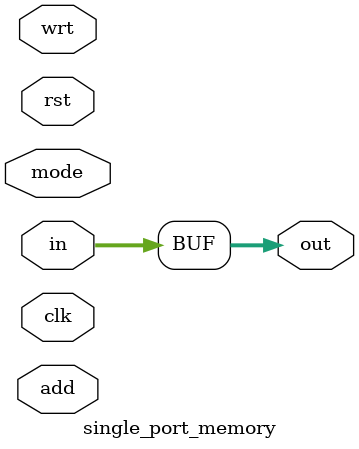
<source format=v>
module single_port_memory(
    clk,
    rst,
    wrt,
    add,
    in,
    mode,
    out
);

    input [4:0] add;
    input [31:0] in;
    input clk,rst,wrt,mode;
    output [31:0] out;

    reg [31:0] mem [31:0];
    reg [4:0] out_reg;

    always @(posedge clk) begin
        if(mode == 0 ) begin
            mem[add] <= in ;
            out_reg <= add;
        end
        else
            out_reg <= add;
    end

    assign out = in;

endmodule
</source>
